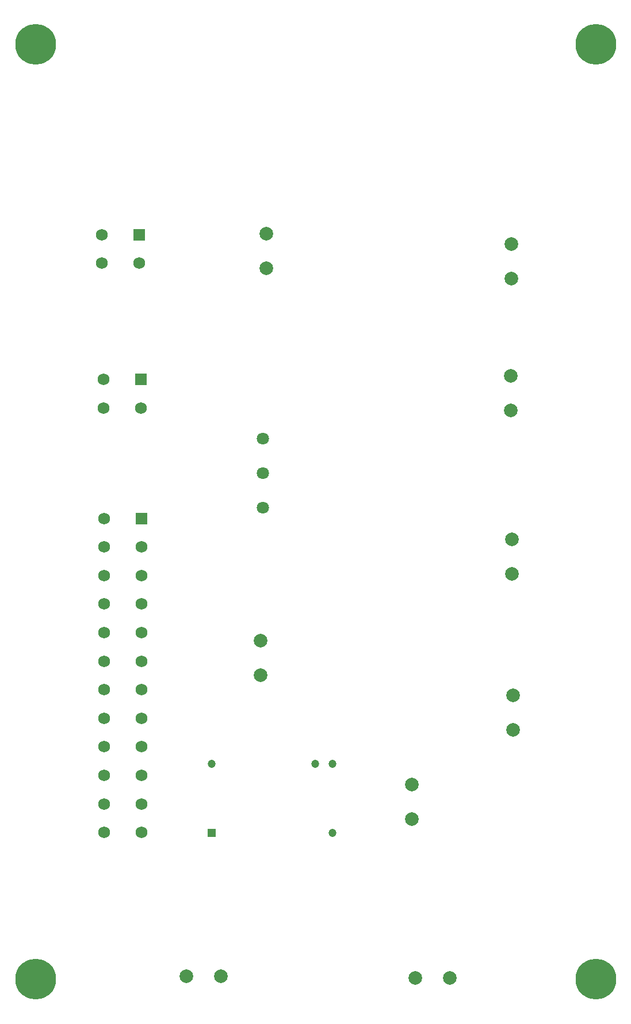
<source format=gbr>
%TF.GenerationSoftware,KiCad,Pcbnew,7.0.8-7.0.8~ubuntu22.04.1*%
%TF.CreationDate,2025-01-17T11:03:05+01:00*%
%TF.ProjectId,supply_interface,73757070-6c79-45f6-996e-746572666163,rev?*%
%TF.SameCoordinates,Original*%
%TF.FileFunction,Soldermask,Top*%
%TF.FilePolarity,Negative*%
%FSLAX46Y46*%
G04 Gerber Fmt 4.6, Leading zero omitted, Abs format (unit mm)*
G04 Created by KiCad (PCBNEW 7.0.8-7.0.8~ubuntu22.04.1) date 2025-01-17 11:03:05*
%MOMM*%
%LPD*%
G01*
G04 APERTURE LIST*
%ADD10C,0.800000*%
%ADD11C,6.000000*%
%ADD12R,1.750000X1.750000*%
%ADD13C,1.750000*%
%ADD14C,2.006600*%
%ADD15R,1.200000X1.200000*%
%ADD16C,1.200000*%
%ADD17C,1.800000*%
G04 APERTURE END LIST*
D10*
%TO.C,H4*%
X125250000Y-167500000D03*
X125909010Y-165909010D03*
X125909010Y-169090990D03*
X127500000Y-165250000D03*
D11*
X127500000Y-167500000D03*
D10*
X127500000Y-169750000D03*
X129090990Y-165909010D03*
X129090990Y-169090990D03*
X129750000Y-167500000D03*
%TD*%
D12*
%TO.C,J2*%
X60500000Y-79300000D03*
D13*
X60500000Y-83500000D03*
X55000000Y-79300000D03*
X55000000Y-83500000D03*
%TD*%
D14*
%TO.C,J9*%
X79000000Y-57820000D03*
X79000000Y-62900000D03*
%TD*%
D10*
%TO.C,H2*%
X125250000Y-30000000D03*
X125909010Y-28409010D03*
X125909010Y-31590990D03*
X127500000Y-27750000D03*
D11*
X127500000Y-30000000D03*
D10*
X127500000Y-32250000D03*
X129090990Y-28409010D03*
X129090990Y-31590990D03*
X129750000Y-30000000D03*
%TD*%
D15*
%TO.C,PS1*%
X70960000Y-145960000D03*
D16*
X88740000Y-145960000D03*
X88740000Y-135800000D03*
X86200000Y-135800000D03*
X70960000Y-135800000D03*
%TD*%
D14*
%TO.C,J6*%
X115300000Y-125760000D03*
X115300000Y-130840000D03*
%TD*%
%TO.C,J11*%
X115050000Y-59360000D03*
X115050000Y-64440000D03*
%TD*%
D10*
%TO.C,H3*%
X42750000Y-167500000D03*
X43409010Y-165909010D03*
X43409010Y-169090990D03*
X45000000Y-165250000D03*
D11*
X45000000Y-167500000D03*
D10*
X45000000Y-169750000D03*
X46590990Y-165909010D03*
X46590990Y-169090990D03*
X47250000Y-167500000D03*
%TD*%
D12*
%TO.C,J1*%
X60590000Y-99710000D03*
D13*
X60590000Y-103910000D03*
X60590000Y-108110000D03*
X60590000Y-112310000D03*
X60590000Y-116510000D03*
X60590000Y-120710000D03*
X60590000Y-124910000D03*
X60590000Y-129110000D03*
X60590000Y-133310000D03*
X60590000Y-137510000D03*
X60590000Y-141710000D03*
X60590000Y-145910000D03*
X55090000Y-99710000D03*
X55090000Y-103910000D03*
X55090000Y-108110000D03*
X55090000Y-112310000D03*
X55090000Y-116510000D03*
X55090000Y-120710000D03*
X55090000Y-124910000D03*
X55090000Y-129110000D03*
X55090000Y-133310000D03*
X55090000Y-137510000D03*
X55090000Y-141710000D03*
X55090000Y-145910000D03*
%TD*%
D12*
%TO.C,J7*%
X60300000Y-58000000D03*
D13*
X60300000Y-62200000D03*
X54800000Y-58000000D03*
X54800000Y-62200000D03*
%TD*%
D17*
%TO.C,J5*%
X78450000Y-98130000D03*
X78450000Y-93050000D03*
X78450000Y-87970000D03*
%TD*%
D14*
%TO.C,J4*%
X72330000Y-167100000D03*
X67250000Y-167100000D03*
%TD*%
%TO.C,J3*%
X105980000Y-167310000D03*
X100900000Y-167310000D03*
%TD*%
%TO.C,J12*%
X78150000Y-117664900D03*
X78150000Y-122744900D03*
%TD*%
D10*
%TO.C,H1*%
X42750000Y-30000000D03*
X43409010Y-28409010D03*
X43409010Y-31590990D03*
X45000000Y-27750000D03*
D11*
X45000000Y-30000000D03*
D10*
X45000000Y-32250000D03*
X46590990Y-28409010D03*
X46590990Y-31590990D03*
X47250000Y-30000000D03*
%TD*%
D14*
%TO.C,J10*%
X100440000Y-138860000D03*
X100440000Y-143940000D03*
%TD*%
%TO.C,J8*%
X115150000Y-102810000D03*
X115150000Y-107890000D03*
%TD*%
%TO.C,J13*%
X114950000Y-78720000D03*
X114950000Y-83800000D03*
%TD*%
M02*

</source>
